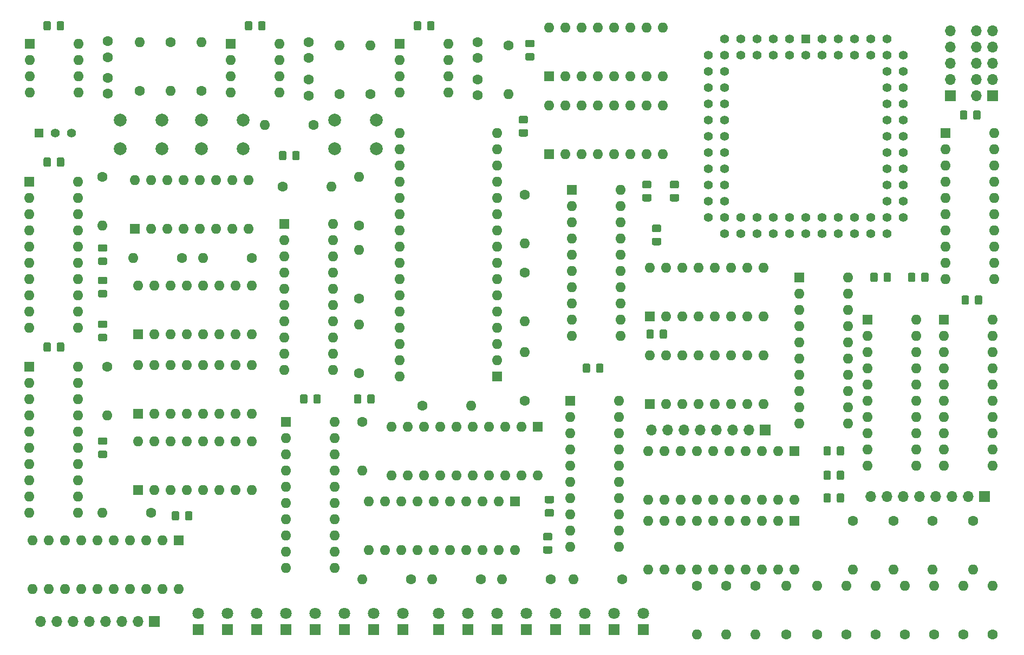
<source format=gbr>
%TF.GenerationSoftware,KiCad,Pcbnew,(5.1.10)-1*%
%TF.CreationDate,2021-08-25T13:13:58+08:00*%
%TF.ProjectId,MAX7000CPU-Gen2,4d415837-3030-4304-9350-552d47656e32,rev?*%
%TF.SameCoordinates,Original*%
%TF.FileFunction,Soldermask,Top*%
%TF.FilePolarity,Negative*%
%FSLAX46Y46*%
G04 Gerber Fmt 4.6, Leading zero omitted, Abs format (unit mm)*
G04 Created by KiCad (PCBNEW (5.1.10)-1) date 2021-08-25 13:13:58*
%MOMM*%
%LPD*%
G01*
G04 APERTURE LIST*
%ADD10O,1.700000X1.700000*%
%ADD11R,1.700000X1.700000*%
%ADD12O,1.600000X1.600000*%
%ADD13R,1.600000X1.600000*%
%ADD14C,1.600000*%
%ADD15C,1.400000*%
%ADD16R,1.400000X1.400000*%
%ADD17C,1.422400*%
%ADD18R,1.422400X1.422400*%
%ADD19C,2.000000*%
%ADD20C,1.800000*%
%ADD21R,1.800000X1.800000*%
G04 APERTURE END LIST*
D10*
%TO.C,J2*%
X152400000Y-93472000D03*
X154940000Y-93472000D03*
X157480000Y-93472000D03*
X160020000Y-93472000D03*
X162560000Y-93472000D03*
X165100000Y-93472000D03*
X167640000Y-93472000D03*
D11*
X170180000Y-93472000D03*
%TD*%
D12*
%TO.C,U18*%
X117856000Y-71374000D03*
X135636000Y-78994000D03*
X120396000Y-71374000D03*
X133096000Y-78994000D03*
X122936000Y-71374000D03*
X130556000Y-78994000D03*
X125476000Y-71374000D03*
X128016000Y-78994000D03*
X128016000Y-71374000D03*
X125476000Y-78994000D03*
X130556000Y-71374000D03*
X122936000Y-78994000D03*
X133096000Y-71374000D03*
X120396000Y-78994000D03*
X135636000Y-71374000D03*
D13*
X117856000Y-78994000D03*
%TD*%
D12*
%TO.C,U7*%
X37846000Y-60452000D03*
X55626000Y-68072000D03*
X40386000Y-60452000D03*
X53086000Y-68072000D03*
X42926000Y-60452000D03*
X50546000Y-68072000D03*
X45466000Y-60452000D03*
X48006000Y-68072000D03*
X48006000Y-60452000D03*
X45466000Y-68072000D03*
X50546000Y-60452000D03*
X42926000Y-68072000D03*
X53086000Y-60452000D03*
X40386000Y-68072000D03*
X55626000Y-60452000D03*
D13*
X37846000Y-68072000D03*
%TD*%
D10*
%TO.C,J4*%
X168910000Y-20574000D03*
X171450000Y-20574000D03*
X168910000Y-23114000D03*
X171450000Y-23114000D03*
X168910000Y-25654000D03*
X171450000Y-25654000D03*
X168910000Y-28194000D03*
X171450000Y-28194000D03*
X168910000Y-30734000D03*
D11*
X171450000Y-30734000D03*
%TD*%
D12*
%TO.C,U21*%
X44196000Y-107950000D03*
X21336000Y-100330000D03*
X41656000Y-107950000D03*
X23876000Y-100330000D03*
X39116000Y-107950000D03*
X26416000Y-100330000D03*
X36576000Y-107950000D03*
X28956000Y-100330000D03*
X34036000Y-107950000D03*
X31496000Y-100330000D03*
X31496000Y-107950000D03*
X34036000Y-100330000D03*
X28956000Y-107950000D03*
X36576000Y-100330000D03*
X26416000Y-107950000D03*
X39116000Y-100330000D03*
X23876000Y-107950000D03*
X41656000Y-100330000D03*
X21336000Y-107950000D03*
D13*
X44196000Y-100330000D03*
%TD*%
%TO.C,C34*%
G36*
G01*
X101633000Y-95467500D02*
X102583000Y-95467500D01*
G75*
G02*
X102833000Y-95717500I0J-250000D01*
G01*
X102833000Y-96392500D01*
G75*
G02*
X102583000Y-96642500I-250000J0D01*
G01*
X101633000Y-96642500D01*
G75*
G02*
X101383000Y-96392500I0J250000D01*
G01*
X101383000Y-95717500D01*
G75*
G02*
X101633000Y-95467500I250000J0D01*
G01*
G37*
G36*
G01*
X101633000Y-93392500D02*
X102583000Y-93392500D01*
G75*
G02*
X102833000Y-93642500I0J-250000D01*
G01*
X102833000Y-94317500D01*
G75*
G02*
X102583000Y-94567500I-250000J0D01*
G01*
X101633000Y-94567500D01*
G75*
G02*
X101383000Y-94317500I0J250000D01*
G01*
X101383000Y-93642500D01*
G75*
G02*
X101633000Y-93392500I250000J0D01*
G01*
G37*
%TD*%
%TO.C,C33*%
G36*
G01*
X117269000Y-68547000D02*
X117269000Y-67597000D01*
G75*
G02*
X117519000Y-67347000I250000J0D01*
G01*
X118194000Y-67347000D01*
G75*
G02*
X118444000Y-67597000I0J-250000D01*
G01*
X118444000Y-68547000D01*
G75*
G02*
X118194000Y-68797000I-250000J0D01*
G01*
X117519000Y-68797000D01*
G75*
G02*
X117269000Y-68547000I0J250000D01*
G01*
G37*
G36*
G01*
X119344000Y-68547000D02*
X119344000Y-67597000D01*
G75*
G02*
X119594000Y-67347000I250000J0D01*
G01*
X120269000Y-67347000D01*
G75*
G02*
X120519000Y-67597000I0J-250000D01*
G01*
X120519000Y-68547000D01*
G75*
G02*
X120269000Y-68797000I-250000J0D01*
G01*
X119594000Y-68797000D01*
G75*
G02*
X119344000Y-68547000I0J250000D01*
G01*
G37*
%TD*%
D12*
%TO.C,R12*%
X32258000Y-96012000D03*
D14*
X39878000Y-96012000D03*
%TD*%
D12*
%TO.C,R10*%
X48006000Y-56134000D03*
D14*
X55626000Y-56134000D03*
%TD*%
D15*
%TO.C,RV1*%
X27432000Y-36576000D03*
X24892000Y-36576000D03*
D16*
X22352000Y-36576000D03*
%TD*%
D12*
%TO.C,R32*%
X149606000Y-104902000D03*
D14*
X149606000Y-97282000D03*
%TD*%
D12*
%TO.C,R31*%
X155956000Y-104902000D03*
D14*
X155956000Y-97282000D03*
%TD*%
D12*
%TO.C,R18*%
X89916000Y-79248000D03*
D14*
X82296000Y-79248000D03*
%TD*%
D12*
%TO.C,R14*%
X68072000Y-44958000D03*
D14*
X60452000Y-44958000D03*
%TD*%
D12*
%TO.C,R19*%
X98298000Y-70866000D03*
D14*
X98298000Y-78486000D03*
%TD*%
D12*
%TO.C,R20*%
X98298000Y-66040000D03*
D14*
X98298000Y-58420000D03*
%TD*%
D12*
%TO.C,R16*%
X72390000Y-54864000D03*
D14*
X72390000Y-62484000D03*
%TD*%
D12*
%TO.C,R15*%
X72390000Y-43434000D03*
D14*
X72390000Y-51054000D03*
%TD*%
D12*
%TO.C,R17*%
X72390000Y-66548000D03*
D14*
X72390000Y-74168000D03*
%TD*%
D12*
%TO.C,R21*%
X98298000Y-53848000D03*
D14*
X98298000Y-46228000D03*
%TD*%
D12*
%TO.C,R13*%
X72898000Y-89408000D03*
D14*
X72898000Y-81788000D03*
%TD*%
D12*
%TO.C,R11*%
X33020000Y-80772000D03*
D14*
X33020000Y-73152000D03*
%TD*%
D12*
%TO.C,R22*%
X125222000Y-115062000D03*
D14*
X125222000Y-107442000D03*
%TD*%
D12*
%TO.C,R23*%
X129794000Y-115062000D03*
D14*
X129794000Y-107442000D03*
%TD*%
D12*
%TO.C,R8*%
X32258000Y-51054000D03*
D14*
X32258000Y-43434000D03*
%TD*%
D12*
%TO.C,R9*%
X37084000Y-56134000D03*
D14*
X44704000Y-56134000D03*
%TD*%
D12*
%TO.C,R30*%
X162052000Y-104902000D03*
D14*
X162052000Y-97282000D03*
%TD*%
D12*
%TO.C,R29*%
X168402000Y-104902000D03*
D14*
X168402000Y-97282000D03*
%TD*%
D12*
%TO.C,R28*%
X134366000Y-115062000D03*
D14*
X134366000Y-107442000D03*
%TD*%
D12*
%TO.C,U20*%
X113030000Y-78486000D03*
X105410000Y-101346000D03*
X113030000Y-81026000D03*
X105410000Y-98806000D03*
X113030000Y-83566000D03*
X105410000Y-96266000D03*
X113030000Y-86106000D03*
X105410000Y-93726000D03*
X113030000Y-88646000D03*
X105410000Y-91186000D03*
X113030000Y-91186000D03*
X105410000Y-88646000D03*
X113030000Y-93726000D03*
X105410000Y-86106000D03*
X113030000Y-96266000D03*
X105410000Y-83566000D03*
X113030000Y-98806000D03*
X105410000Y-81026000D03*
X113030000Y-101346000D03*
D13*
X105410000Y-78486000D03*
%TD*%
D12*
%TO.C,U19*%
X113284000Y-45466000D03*
X105664000Y-68326000D03*
X113284000Y-48006000D03*
X105664000Y-65786000D03*
X113284000Y-50546000D03*
X105664000Y-63246000D03*
X113284000Y-53086000D03*
X105664000Y-60706000D03*
X113284000Y-55626000D03*
X105664000Y-58166000D03*
X113284000Y-58166000D03*
X105664000Y-55626000D03*
X113284000Y-60706000D03*
X105664000Y-53086000D03*
X113284000Y-63246000D03*
X105664000Y-50546000D03*
X113284000Y-65786000D03*
X105664000Y-48006000D03*
X113284000Y-68326000D03*
D13*
X105664000Y-45466000D03*
%TD*%
D12*
%TO.C,U17*%
X117856000Y-57658000D03*
X135636000Y-65278000D03*
X120396000Y-57658000D03*
X133096000Y-65278000D03*
X122936000Y-57658000D03*
X130556000Y-65278000D03*
X125476000Y-57658000D03*
X128016000Y-65278000D03*
X128016000Y-57658000D03*
X125476000Y-65278000D03*
X130556000Y-57658000D03*
X122936000Y-65278000D03*
X133096000Y-57658000D03*
X120396000Y-65278000D03*
X135636000Y-57658000D03*
D13*
X117856000Y-65278000D03*
%TD*%
D12*
%TO.C,U16*%
X102108000Y-32258000D03*
X119888000Y-39878000D03*
X104648000Y-32258000D03*
X117348000Y-39878000D03*
X107188000Y-32258000D03*
X114808000Y-39878000D03*
X109728000Y-32258000D03*
X112268000Y-39878000D03*
X112268000Y-32258000D03*
X109728000Y-39878000D03*
X114808000Y-32258000D03*
X107188000Y-39878000D03*
X117348000Y-32258000D03*
X104648000Y-39878000D03*
X119888000Y-32258000D03*
D13*
X102108000Y-39878000D03*
%TD*%
D12*
%TO.C,U15*%
X102108000Y-20066000D03*
X119888000Y-27686000D03*
X104648000Y-20066000D03*
X117348000Y-27686000D03*
X107188000Y-20066000D03*
X114808000Y-27686000D03*
X109728000Y-20066000D03*
X112268000Y-27686000D03*
X112268000Y-20066000D03*
X109728000Y-27686000D03*
X114808000Y-20066000D03*
X107188000Y-27686000D03*
X117348000Y-20066000D03*
X104648000Y-27686000D03*
X119888000Y-20066000D03*
D13*
X102108000Y-27686000D03*
%TD*%
D12*
%TO.C,U12*%
X78740000Y-74676000D03*
X93980000Y-36576000D03*
X78740000Y-72136000D03*
X93980000Y-39116000D03*
X78740000Y-69596000D03*
X93980000Y-41656000D03*
X78740000Y-67056000D03*
X93980000Y-44196000D03*
X78740000Y-64516000D03*
X93980000Y-46736000D03*
X78740000Y-61976000D03*
X93980000Y-49276000D03*
X78740000Y-59436000D03*
X93980000Y-51816000D03*
X78740000Y-56896000D03*
X93980000Y-54356000D03*
X78740000Y-54356000D03*
X93980000Y-56896000D03*
X78740000Y-51816000D03*
X93980000Y-59436000D03*
X78740000Y-49276000D03*
X93980000Y-61976000D03*
X78740000Y-46736000D03*
X93980000Y-64516000D03*
X78740000Y-44196000D03*
X93980000Y-67056000D03*
X78740000Y-41656000D03*
X93980000Y-69596000D03*
X78740000Y-39116000D03*
X93980000Y-72136000D03*
X78740000Y-36576000D03*
D13*
X93980000Y-74676000D03*
%TD*%
D12*
%TO.C,U11*%
X68580000Y-81788000D03*
X60960000Y-104648000D03*
X68580000Y-84328000D03*
X60960000Y-102108000D03*
X68580000Y-86868000D03*
X60960000Y-99568000D03*
X68580000Y-89408000D03*
X60960000Y-97028000D03*
X68580000Y-91948000D03*
X60960000Y-94488000D03*
X68580000Y-94488000D03*
X60960000Y-91948000D03*
X68580000Y-97028000D03*
X60960000Y-89408000D03*
X68580000Y-99568000D03*
X60960000Y-86868000D03*
X68580000Y-102108000D03*
X60960000Y-84328000D03*
X68580000Y-104648000D03*
D13*
X60960000Y-81788000D03*
%TD*%
D12*
%TO.C,U10*%
X68326000Y-50800000D03*
X60706000Y-73660000D03*
X68326000Y-53340000D03*
X60706000Y-71120000D03*
X68326000Y-55880000D03*
X60706000Y-68580000D03*
X68326000Y-58420000D03*
X60706000Y-66040000D03*
X68326000Y-60960000D03*
X60706000Y-63500000D03*
X68326000Y-63500000D03*
X60706000Y-60960000D03*
X68326000Y-66040000D03*
X60706000Y-58420000D03*
X68326000Y-68580000D03*
X60706000Y-55880000D03*
X68326000Y-71120000D03*
X60706000Y-53340000D03*
X68326000Y-73660000D03*
D13*
X60706000Y-50800000D03*
%TD*%
D12*
%TO.C,U9*%
X37846000Y-84836000D03*
X55626000Y-92456000D03*
X40386000Y-84836000D03*
X53086000Y-92456000D03*
X42926000Y-84836000D03*
X50546000Y-92456000D03*
X45466000Y-84836000D03*
X48006000Y-92456000D03*
X48006000Y-84836000D03*
X45466000Y-92456000D03*
X50546000Y-84836000D03*
X42926000Y-92456000D03*
X53086000Y-84836000D03*
X40386000Y-92456000D03*
X55626000Y-84836000D03*
D13*
X37846000Y-92456000D03*
%TD*%
D12*
%TO.C,U8*%
X37846000Y-72898000D03*
X55626000Y-80518000D03*
X40386000Y-72898000D03*
X53086000Y-80518000D03*
X42926000Y-72898000D03*
X50546000Y-80518000D03*
X45466000Y-72898000D03*
X48006000Y-80518000D03*
X48006000Y-72898000D03*
X45466000Y-80518000D03*
X50546000Y-72898000D03*
X42926000Y-80518000D03*
X53086000Y-72898000D03*
X40386000Y-80518000D03*
X55626000Y-72898000D03*
D13*
X37846000Y-80518000D03*
%TD*%
D12*
%TO.C,U6*%
X37338000Y-43942000D03*
X55118000Y-51562000D03*
X39878000Y-43942000D03*
X52578000Y-51562000D03*
X42418000Y-43942000D03*
X50038000Y-51562000D03*
X44958000Y-43942000D03*
X47498000Y-51562000D03*
X47498000Y-43942000D03*
X44958000Y-51562000D03*
X50038000Y-43942000D03*
X42418000Y-51562000D03*
X52578000Y-43942000D03*
X39878000Y-51562000D03*
X55118000Y-43942000D03*
D13*
X37338000Y-51562000D03*
%TD*%
D17*
%TO.C,U28*%
X157480000Y-26924000D03*
X157480000Y-29464000D03*
X157480000Y-32004000D03*
X157480000Y-34544000D03*
X157480000Y-37084000D03*
X157480000Y-39624000D03*
X157480000Y-42164000D03*
X157480000Y-44704000D03*
X157480000Y-47244000D03*
X157480000Y-49784000D03*
X154940000Y-26924000D03*
X154940000Y-29464000D03*
X154940000Y-32004000D03*
X154940000Y-34544000D03*
X154940000Y-37084000D03*
X154940000Y-39624000D03*
X154940000Y-42164000D03*
X154940000Y-44704000D03*
X154940000Y-47244000D03*
X154940000Y-49784000D03*
X154940000Y-52324000D03*
X152400000Y-52324000D03*
X149860000Y-52324000D03*
X147320000Y-52324000D03*
X144780000Y-52324000D03*
X142240000Y-52324000D03*
X139700000Y-52324000D03*
X137160000Y-52324000D03*
X134620000Y-52324000D03*
X132080000Y-52324000D03*
X129540000Y-52324000D03*
X152400000Y-49784000D03*
X149860000Y-49784000D03*
X147320000Y-49784000D03*
X144780000Y-49784000D03*
X142240000Y-49784000D03*
X139700000Y-49784000D03*
X137160000Y-49784000D03*
X134620000Y-49784000D03*
X132080000Y-49784000D03*
X129540000Y-49784000D03*
X127000000Y-49784000D03*
X127000000Y-47244000D03*
X127000000Y-44704000D03*
X127000000Y-42164000D03*
X127000000Y-39624000D03*
X127000000Y-37084000D03*
X127000000Y-34544000D03*
X127000000Y-32004000D03*
X127000000Y-29464000D03*
X127000000Y-26924000D03*
X127000000Y-24384000D03*
X129540000Y-47244000D03*
X129540000Y-44704000D03*
X129540000Y-42164000D03*
X129540000Y-39624000D03*
X129540000Y-37084000D03*
X129540000Y-34544000D03*
X129540000Y-32004000D03*
X129540000Y-29464000D03*
X129540000Y-26924000D03*
X129540000Y-24384000D03*
X154940000Y-21844000D03*
X152400000Y-21844000D03*
X149860000Y-21844000D03*
X147320000Y-21844000D03*
X144780000Y-21844000D03*
X129540000Y-21844000D03*
X132080000Y-21844000D03*
X134620000Y-21844000D03*
X137160000Y-21844000D03*
X139700000Y-21844000D03*
D18*
X142240000Y-21844000D03*
D17*
X157480000Y-24384000D03*
X154940000Y-24384000D03*
X152400000Y-24384000D03*
X149860000Y-24384000D03*
X147320000Y-24384000D03*
X144780000Y-24384000D03*
X132080000Y-24384000D03*
X134620000Y-24384000D03*
X137160000Y-24384000D03*
X139700000Y-24384000D03*
X142240000Y-24384000D03*
%TD*%
D12*
%TO.C,U25*%
X148844000Y-59182000D03*
X141224000Y-82042000D03*
X148844000Y-61722000D03*
X141224000Y-79502000D03*
X148844000Y-64262000D03*
X141224000Y-76962000D03*
X148844000Y-66802000D03*
X141224000Y-74422000D03*
X148844000Y-69342000D03*
X141224000Y-71882000D03*
X148844000Y-71882000D03*
X141224000Y-69342000D03*
X148844000Y-74422000D03*
X141224000Y-66802000D03*
X148844000Y-76962000D03*
X141224000Y-64262000D03*
X148844000Y-79502000D03*
X141224000Y-61722000D03*
X148844000Y-82042000D03*
D13*
X141224000Y-59182000D03*
%TD*%
D12*
%TO.C,U24*%
X159512000Y-65786000D03*
X151892000Y-88646000D03*
X159512000Y-68326000D03*
X151892000Y-86106000D03*
X159512000Y-70866000D03*
X151892000Y-83566000D03*
X159512000Y-73406000D03*
X151892000Y-81026000D03*
X159512000Y-75946000D03*
X151892000Y-78486000D03*
X159512000Y-78486000D03*
X151892000Y-75946000D03*
X159512000Y-81026000D03*
X151892000Y-73406000D03*
X159512000Y-83566000D03*
X151892000Y-70866000D03*
X159512000Y-86106000D03*
X151892000Y-68326000D03*
X159512000Y-88646000D03*
D13*
X151892000Y-65786000D03*
%TD*%
D12*
%TO.C,U14*%
X96774000Y-101854000D03*
X73914000Y-94234000D03*
X94234000Y-101854000D03*
X76454000Y-94234000D03*
X91694000Y-101854000D03*
X78994000Y-94234000D03*
X89154000Y-101854000D03*
X81534000Y-94234000D03*
X86614000Y-101854000D03*
X84074000Y-94234000D03*
X84074000Y-101854000D03*
X86614000Y-94234000D03*
X81534000Y-101854000D03*
X89154000Y-94234000D03*
X78994000Y-101854000D03*
X91694000Y-94234000D03*
X76454000Y-101854000D03*
X94234000Y-94234000D03*
X73914000Y-101854000D03*
D13*
X96774000Y-94234000D03*
%TD*%
D12*
%TO.C,U13*%
X100330000Y-90170000D03*
X77470000Y-82550000D03*
X97790000Y-90170000D03*
X80010000Y-82550000D03*
X95250000Y-90170000D03*
X82550000Y-82550000D03*
X92710000Y-90170000D03*
X85090000Y-82550000D03*
X90170000Y-90170000D03*
X87630000Y-82550000D03*
X87630000Y-90170000D03*
X90170000Y-82550000D03*
X85090000Y-90170000D03*
X92710000Y-82550000D03*
X82550000Y-90170000D03*
X95250000Y-82550000D03*
X80010000Y-90170000D03*
X97790000Y-82550000D03*
X77470000Y-90170000D03*
D13*
X100330000Y-82550000D03*
%TD*%
D12*
%TO.C,U27*%
X140462000Y-93980000D03*
X117602000Y-86360000D03*
X137922000Y-93980000D03*
X120142000Y-86360000D03*
X135382000Y-93980000D03*
X122682000Y-86360000D03*
X132842000Y-93980000D03*
X125222000Y-86360000D03*
X130302000Y-93980000D03*
X127762000Y-86360000D03*
X127762000Y-93980000D03*
X130302000Y-86360000D03*
X125222000Y-93980000D03*
X132842000Y-86360000D03*
X122682000Y-93980000D03*
X135382000Y-86360000D03*
X120142000Y-93980000D03*
X137922000Y-86360000D03*
X117602000Y-93980000D03*
D13*
X140462000Y-86360000D03*
%TD*%
D12*
%TO.C,U26*%
X140462000Y-104902000D03*
X117602000Y-97282000D03*
X137922000Y-104902000D03*
X120142000Y-97282000D03*
X135382000Y-104902000D03*
X122682000Y-97282000D03*
X132842000Y-104902000D03*
X125222000Y-97282000D03*
X130302000Y-104902000D03*
X127762000Y-97282000D03*
X127762000Y-104902000D03*
X130302000Y-97282000D03*
X125222000Y-104902000D03*
X132842000Y-97282000D03*
X122682000Y-104902000D03*
X135382000Y-97282000D03*
X120142000Y-104902000D03*
X137922000Y-97282000D03*
X117602000Y-104902000D03*
D13*
X140462000Y-97282000D03*
%TD*%
D12*
%TO.C,U5*%
X28448000Y-73152000D03*
X20828000Y-96012000D03*
X28448000Y-75692000D03*
X20828000Y-93472000D03*
X28448000Y-78232000D03*
X20828000Y-90932000D03*
X28448000Y-80772000D03*
X20828000Y-88392000D03*
X28448000Y-83312000D03*
X20828000Y-85852000D03*
X28448000Y-85852000D03*
X20828000Y-83312000D03*
X28448000Y-88392000D03*
X20828000Y-80772000D03*
X28448000Y-90932000D03*
X20828000Y-78232000D03*
X28448000Y-93472000D03*
X20828000Y-75692000D03*
X28448000Y-96012000D03*
D13*
X20828000Y-73152000D03*
%TD*%
D12*
%TO.C,U4*%
X28448000Y-44196000D03*
X20828000Y-67056000D03*
X28448000Y-46736000D03*
X20828000Y-64516000D03*
X28448000Y-49276000D03*
X20828000Y-61976000D03*
X28448000Y-51816000D03*
X20828000Y-59436000D03*
X28448000Y-54356000D03*
X20828000Y-56896000D03*
X28448000Y-56896000D03*
X20828000Y-54356000D03*
X28448000Y-59436000D03*
X20828000Y-51816000D03*
X28448000Y-61976000D03*
X20828000Y-49276000D03*
X28448000Y-64516000D03*
X20828000Y-46736000D03*
X28448000Y-67056000D03*
D13*
X20828000Y-44196000D03*
%TD*%
D12*
%TO.C,U23*%
X171450000Y-65786000D03*
X163830000Y-88646000D03*
X171450000Y-68326000D03*
X163830000Y-86106000D03*
X171450000Y-70866000D03*
X163830000Y-83566000D03*
X171450000Y-73406000D03*
X163830000Y-81026000D03*
X171450000Y-75946000D03*
X163830000Y-78486000D03*
X171450000Y-78486000D03*
X163830000Y-75946000D03*
X171450000Y-81026000D03*
X163830000Y-73406000D03*
X171450000Y-83566000D03*
X163830000Y-70866000D03*
X171450000Y-86106000D03*
X163830000Y-68326000D03*
X171450000Y-88646000D03*
D13*
X163830000Y-65786000D03*
%TD*%
D12*
%TO.C,U22*%
X171704000Y-36576000D03*
X164084000Y-59436000D03*
X171704000Y-39116000D03*
X164084000Y-56896000D03*
X171704000Y-41656000D03*
X164084000Y-54356000D03*
X171704000Y-44196000D03*
X164084000Y-51816000D03*
X171704000Y-46736000D03*
X164084000Y-49276000D03*
X171704000Y-49276000D03*
X164084000Y-46736000D03*
X171704000Y-51816000D03*
X164084000Y-44196000D03*
X171704000Y-54356000D03*
X164084000Y-41656000D03*
X171704000Y-56896000D03*
X164084000Y-39116000D03*
X171704000Y-59436000D03*
D13*
X164084000Y-36576000D03*
%TD*%
D12*
%TO.C,U3*%
X86360000Y-22606000D03*
X78740000Y-30226000D03*
X86360000Y-25146000D03*
X78740000Y-27686000D03*
X86360000Y-27686000D03*
X78740000Y-25146000D03*
X86360000Y-30226000D03*
D13*
X78740000Y-22606000D03*
%TD*%
D12*
%TO.C,U2*%
X59944000Y-22606000D03*
X52324000Y-30226000D03*
X59944000Y-25146000D03*
X52324000Y-27686000D03*
X59944000Y-27686000D03*
X52324000Y-25146000D03*
X59944000Y-30226000D03*
D13*
X52324000Y-22606000D03*
%TD*%
D12*
%TO.C,U1*%
X28452000Y-22592000D03*
X20832000Y-30212000D03*
X28452000Y-25132000D03*
X20832000Y-27672000D03*
X28452000Y-27672000D03*
X20832000Y-25132000D03*
X28452000Y-30212000D03*
D13*
X20832000Y-22592000D03*
%TD*%
D19*
%TO.C,SW3*%
X75080000Y-34544000D03*
X75080000Y-39044000D03*
X68580000Y-34544000D03*
X68580000Y-39044000D03*
%TD*%
%TO.C,SW2*%
X54252000Y-34544000D03*
X54252000Y-39044000D03*
X47752000Y-34544000D03*
X47752000Y-39044000D03*
%TD*%
%TO.C,SW1*%
X41552000Y-34544000D03*
X41552000Y-39044000D03*
X35052000Y-34544000D03*
X35052000Y-39044000D03*
%TD*%
D12*
%TO.C,R27*%
X105918000Y-106426000D03*
D14*
X113538000Y-106426000D03*
%TD*%
D12*
%TO.C,R26*%
X94742000Y-106426000D03*
D14*
X102362000Y-106426000D03*
%TD*%
D12*
%TO.C,R25*%
X83820000Y-106426000D03*
D14*
X91440000Y-106426000D03*
%TD*%
D12*
%TO.C,R24*%
X72898000Y-106426000D03*
D14*
X80518000Y-106426000D03*
%TD*%
D12*
%TO.C,R7*%
X57658000Y-35306000D03*
D14*
X65278000Y-35306000D03*
%TD*%
D12*
%TO.C,R40*%
X171450000Y-107442000D03*
D14*
X171450000Y-115062000D03*
%TD*%
D12*
%TO.C,R39*%
X166878000Y-107442000D03*
D14*
X166878000Y-115062000D03*
%TD*%
D12*
%TO.C,R38*%
X162306000Y-107442000D03*
D14*
X162306000Y-115062000D03*
%TD*%
D12*
%TO.C,R37*%
X157734000Y-107442000D03*
D14*
X157734000Y-115062000D03*
%TD*%
D12*
%TO.C,R36*%
X153162000Y-107442000D03*
D14*
X153162000Y-115062000D03*
%TD*%
D12*
%TO.C,R35*%
X148590000Y-107442000D03*
D14*
X148590000Y-115062000D03*
%TD*%
D12*
%TO.C,R34*%
X144018000Y-107442000D03*
D14*
X144018000Y-115062000D03*
%TD*%
D12*
%TO.C,R33*%
X139192000Y-107442000D03*
D14*
X139192000Y-115062000D03*
%TD*%
D12*
%TO.C,R6*%
X95758000Y-30480000D03*
D14*
X95758000Y-22860000D03*
%TD*%
D12*
%TO.C,R5*%
X74168000Y-22860000D03*
D14*
X74168000Y-30480000D03*
%TD*%
D12*
%TO.C,R4*%
X69342000Y-22860000D03*
D14*
X69342000Y-30480000D03*
%TD*%
D12*
%TO.C,R3*%
X47752000Y-22352000D03*
D14*
X47752000Y-29972000D03*
%TD*%
D12*
%TO.C,R1*%
X38100000Y-22352000D03*
D14*
X38100000Y-29972000D03*
%TD*%
D12*
%TO.C,R2*%
X42926000Y-29972000D03*
D14*
X42926000Y-22352000D03*
%TD*%
D10*
%TO.C,J5*%
X164846000Y-20574000D03*
X164846000Y-23114000D03*
X164846000Y-25654000D03*
X164846000Y-28194000D03*
D11*
X164846000Y-30734000D03*
%TD*%
D10*
%TO.C,J3*%
X118110000Y-83058000D03*
X120650000Y-83058000D03*
X123190000Y-83058000D03*
X125730000Y-83058000D03*
X128270000Y-83058000D03*
X130810000Y-83058000D03*
X133350000Y-83058000D03*
D11*
X135890000Y-83058000D03*
%TD*%
D10*
%TO.C,J1*%
X22606000Y-113030000D03*
X25146000Y-113030000D03*
X27686000Y-113030000D03*
X30226000Y-113030000D03*
X32766000Y-113030000D03*
X35306000Y-113030000D03*
X37846000Y-113030000D03*
D11*
X40386000Y-113030000D03*
%TD*%
D20*
%TO.C,D16*%
X116840000Y-111760000D03*
D21*
X116840000Y-114300000D03*
%TD*%
D20*
%TO.C,D15*%
X112268000Y-111760000D03*
D21*
X112268000Y-114300000D03*
%TD*%
D20*
%TO.C,D14*%
X107696000Y-111760000D03*
D21*
X107696000Y-114300000D03*
%TD*%
D20*
%TO.C,D13*%
X103124000Y-111760000D03*
D21*
X103124000Y-114300000D03*
%TD*%
D20*
%TO.C,D12*%
X98552000Y-111760000D03*
D21*
X98552000Y-114300000D03*
%TD*%
D20*
%TO.C,D11*%
X93980000Y-111760000D03*
D21*
X93980000Y-114300000D03*
%TD*%
D20*
%TO.C,D10*%
X89408000Y-111760000D03*
D21*
X89408000Y-114300000D03*
%TD*%
D20*
%TO.C,D9*%
X84836000Y-111760000D03*
D21*
X84836000Y-114300000D03*
%TD*%
D20*
%TO.C,D8*%
X79248000Y-111760000D03*
D21*
X79248000Y-114300000D03*
%TD*%
D20*
%TO.C,D7*%
X74676000Y-111760000D03*
D21*
X74676000Y-114300000D03*
%TD*%
D20*
%TO.C,D6*%
X70104000Y-111760000D03*
D21*
X70104000Y-114300000D03*
%TD*%
D20*
%TO.C,D5*%
X65532000Y-111760000D03*
D21*
X65532000Y-114300000D03*
%TD*%
D20*
%TO.C,D4*%
X60960000Y-111760000D03*
D21*
X60960000Y-114300000D03*
%TD*%
D20*
%TO.C,D3*%
X56388000Y-111760000D03*
D21*
X56388000Y-114300000D03*
%TD*%
D20*
%TO.C,D2*%
X51816000Y-111760000D03*
D21*
X51816000Y-114300000D03*
%TD*%
D20*
%TO.C,D1*%
X47244000Y-111760000D03*
D21*
X47244000Y-114300000D03*
%TD*%
%TO.C,C32*%
G36*
G01*
X147030000Y-94201000D02*
X147030000Y-93251000D01*
G75*
G02*
X147280000Y-93001000I250000J0D01*
G01*
X147955000Y-93001000D01*
G75*
G02*
X148205000Y-93251000I0J-250000D01*
G01*
X148205000Y-94201000D01*
G75*
G02*
X147955000Y-94451000I-250000J0D01*
G01*
X147280000Y-94451000D01*
G75*
G02*
X147030000Y-94201000I0J250000D01*
G01*
G37*
G36*
G01*
X144955000Y-94201000D02*
X144955000Y-93251000D01*
G75*
G02*
X145205000Y-93001000I250000J0D01*
G01*
X145880000Y-93001000D01*
G75*
G02*
X146130000Y-93251000I0J-250000D01*
G01*
X146130000Y-94201000D01*
G75*
G02*
X145880000Y-94451000I-250000J0D01*
G01*
X145205000Y-94451000D01*
G75*
G02*
X144955000Y-94201000I0J250000D01*
G01*
G37*
%TD*%
%TO.C,C31*%
G36*
G01*
X147030000Y-90645000D02*
X147030000Y-89695000D01*
G75*
G02*
X147280000Y-89445000I250000J0D01*
G01*
X147955000Y-89445000D01*
G75*
G02*
X148205000Y-89695000I0J-250000D01*
G01*
X148205000Y-90645000D01*
G75*
G02*
X147955000Y-90895000I-250000J0D01*
G01*
X147280000Y-90895000D01*
G75*
G02*
X147030000Y-90645000I0J250000D01*
G01*
G37*
G36*
G01*
X144955000Y-90645000D02*
X144955000Y-89695000D01*
G75*
G02*
X145205000Y-89445000I250000J0D01*
G01*
X145880000Y-89445000D01*
G75*
G02*
X146130000Y-89695000I0J-250000D01*
G01*
X146130000Y-90645000D01*
G75*
G02*
X145880000Y-90895000I-250000J0D01*
G01*
X145205000Y-90895000D01*
G75*
G02*
X144955000Y-90645000I0J250000D01*
G01*
G37*
%TD*%
%TO.C,C30*%
G36*
G01*
X147030000Y-86835000D02*
X147030000Y-85885000D01*
G75*
G02*
X147280000Y-85635000I250000J0D01*
G01*
X147955000Y-85635000D01*
G75*
G02*
X148205000Y-85885000I0J-250000D01*
G01*
X148205000Y-86835000D01*
G75*
G02*
X147955000Y-87085000I-250000J0D01*
G01*
X147280000Y-87085000D01*
G75*
G02*
X147030000Y-86835000I0J250000D01*
G01*
G37*
G36*
G01*
X144955000Y-86835000D02*
X144955000Y-85885000D01*
G75*
G02*
X145205000Y-85635000I250000J0D01*
G01*
X145880000Y-85635000D01*
G75*
G02*
X146130000Y-85885000I0J-250000D01*
G01*
X146130000Y-86835000D01*
G75*
G02*
X145880000Y-87085000I-250000J0D01*
G01*
X145205000Y-87085000D01*
G75*
G02*
X144955000Y-86835000I0J250000D01*
G01*
G37*
%TD*%
%TO.C,C29*%
G36*
G01*
X159338000Y-58707000D02*
X159338000Y-59657000D01*
G75*
G02*
X159088000Y-59907000I-250000J0D01*
G01*
X158413000Y-59907000D01*
G75*
G02*
X158163000Y-59657000I0J250000D01*
G01*
X158163000Y-58707000D01*
G75*
G02*
X158413000Y-58457000I250000J0D01*
G01*
X159088000Y-58457000D01*
G75*
G02*
X159338000Y-58707000I0J-250000D01*
G01*
G37*
G36*
G01*
X161413000Y-58707000D02*
X161413000Y-59657000D01*
G75*
G02*
X161163000Y-59907000I-250000J0D01*
G01*
X160488000Y-59907000D01*
G75*
G02*
X160238000Y-59657000I0J250000D01*
G01*
X160238000Y-58707000D01*
G75*
G02*
X160488000Y-58457000I250000J0D01*
G01*
X161163000Y-58457000D01*
G75*
G02*
X161413000Y-58707000I0J-250000D01*
G01*
G37*
%TD*%
%TO.C,C28*%
G36*
G01*
X154352000Y-59657000D02*
X154352000Y-58707000D01*
G75*
G02*
X154602000Y-58457000I250000J0D01*
G01*
X155277000Y-58457000D01*
G75*
G02*
X155527000Y-58707000I0J-250000D01*
G01*
X155527000Y-59657000D01*
G75*
G02*
X155277000Y-59907000I-250000J0D01*
G01*
X154602000Y-59907000D01*
G75*
G02*
X154352000Y-59657000I0J250000D01*
G01*
G37*
G36*
G01*
X152277000Y-59657000D02*
X152277000Y-58707000D01*
G75*
G02*
X152527000Y-58457000I250000J0D01*
G01*
X153202000Y-58457000D01*
G75*
G02*
X153452000Y-58707000I0J-250000D01*
G01*
X153452000Y-59657000D01*
G75*
G02*
X153202000Y-59907000I-250000J0D01*
G01*
X152527000Y-59907000D01*
G75*
G02*
X152277000Y-59657000I0J250000D01*
G01*
G37*
%TD*%
%TO.C,C27*%
G36*
G01*
X167720000Y-62263000D02*
X167720000Y-63213000D01*
G75*
G02*
X167470000Y-63463000I-250000J0D01*
G01*
X166795000Y-63463000D01*
G75*
G02*
X166545000Y-63213000I0J250000D01*
G01*
X166545000Y-62263000D01*
G75*
G02*
X166795000Y-62013000I250000J0D01*
G01*
X167470000Y-62013000D01*
G75*
G02*
X167720000Y-62263000I0J-250000D01*
G01*
G37*
G36*
G01*
X169795000Y-62263000D02*
X169795000Y-63213000D01*
G75*
G02*
X169545000Y-63463000I-250000J0D01*
G01*
X168870000Y-63463000D01*
G75*
G02*
X168620000Y-63213000I0J250000D01*
G01*
X168620000Y-62263000D01*
G75*
G02*
X168870000Y-62013000I250000J0D01*
G01*
X169545000Y-62013000D01*
G75*
G02*
X169795000Y-62263000I0J-250000D01*
G01*
G37*
%TD*%
%TO.C,C26*%
G36*
G01*
X167466000Y-33307000D02*
X167466000Y-34257000D01*
G75*
G02*
X167216000Y-34507000I-250000J0D01*
G01*
X166541000Y-34507000D01*
G75*
G02*
X166291000Y-34257000I0J250000D01*
G01*
X166291000Y-33307000D01*
G75*
G02*
X166541000Y-33057000I250000J0D01*
G01*
X167216000Y-33057000D01*
G75*
G02*
X167466000Y-33307000I0J-250000D01*
G01*
G37*
G36*
G01*
X169541000Y-33307000D02*
X169541000Y-34257000D01*
G75*
G02*
X169291000Y-34507000I-250000J0D01*
G01*
X168616000Y-34507000D01*
G75*
G02*
X168366000Y-34257000I0J250000D01*
G01*
X168366000Y-33307000D01*
G75*
G02*
X168616000Y-33057000I250000J0D01*
G01*
X169291000Y-33057000D01*
G75*
G02*
X169541000Y-33307000I0J-250000D01*
G01*
G37*
%TD*%
%TO.C,C25*%
G36*
G01*
X121191000Y-46148500D02*
X122141000Y-46148500D01*
G75*
G02*
X122391000Y-46398500I0J-250000D01*
G01*
X122391000Y-47073500D01*
G75*
G02*
X122141000Y-47323500I-250000J0D01*
G01*
X121191000Y-47323500D01*
G75*
G02*
X120941000Y-47073500I0J250000D01*
G01*
X120941000Y-46398500D01*
G75*
G02*
X121191000Y-46148500I250000J0D01*
G01*
G37*
G36*
G01*
X121191000Y-44073500D02*
X122141000Y-44073500D01*
G75*
G02*
X122391000Y-44323500I0J-250000D01*
G01*
X122391000Y-44998500D01*
G75*
G02*
X122141000Y-45248500I-250000J0D01*
G01*
X121191000Y-45248500D01*
G75*
G02*
X120941000Y-44998500I0J250000D01*
G01*
X120941000Y-44323500D01*
G75*
G02*
X121191000Y-44073500I250000J0D01*
G01*
G37*
%TD*%
%TO.C,C24*%
G36*
G01*
X116873000Y-46148500D02*
X117823000Y-46148500D01*
G75*
G02*
X118073000Y-46398500I0J-250000D01*
G01*
X118073000Y-47073500D01*
G75*
G02*
X117823000Y-47323500I-250000J0D01*
G01*
X116873000Y-47323500D01*
G75*
G02*
X116623000Y-47073500I0J250000D01*
G01*
X116623000Y-46398500D01*
G75*
G02*
X116873000Y-46148500I250000J0D01*
G01*
G37*
G36*
G01*
X116873000Y-44073500D02*
X117823000Y-44073500D01*
G75*
G02*
X118073000Y-44323500I0J-250000D01*
G01*
X118073000Y-44998500D01*
G75*
G02*
X117823000Y-45248500I-250000J0D01*
G01*
X116873000Y-45248500D01*
G75*
G02*
X116623000Y-44998500I0J250000D01*
G01*
X116623000Y-44323500D01*
G75*
G02*
X116873000Y-44073500I250000J0D01*
G01*
G37*
%TD*%
%TO.C,C23*%
G36*
G01*
X119347000Y-52106500D02*
X118397000Y-52106500D01*
G75*
G02*
X118147000Y-51856500I0J250000D01*
G01*
X118147000Y-51181500D01*
G75*
G02*
X118397000Y-50931500I250000J0D01*
G01*
X119347000Y-50931500D01*
G75*
G02*
X119597000Y-51181500I0J-250000D01*
G01*
X119597000Y-51856500D01*
G75*
G02*
X119347000Y-52106500I-250000J0D01*
G01*
G37*
G36*
G01*
X119347000Y-54181500D02*
X118397000Y-54181500D01*
G75*
G02*
X118147000Y-53931500I0J250000D01*
G01*
X118147000Y-53256500D01*
G75*
G02*
X118397000Y-53006500I250000J0D01*
G01*
X119347000Y-53006500D01*
G75*
G02*
X119597000Y-53256500I0J-250000D01*
G01*
X119597000Y-53931500D01*
G75*
G02*
X119347000Y-54181500I-250000J0D01*
G01*
G37*
%TD*%
%TO.C,C22*%
G36*
G01*
X98585000Y-24072000D02*
X99535000Y-24072000D01*
G75*
G02*
X99785000Y-24322000I0J-250000D01*
G01*
X99785000Y-24997000D01*
G75*
G02*
X99535000Y-25247000I-250000J0D01*
G01*
X98585000Y-25247000D01*
G75*
G02*
X98335000Y-24997000I0J250000D01*
G01*
X98335000Y-24322000D01*
G75*
G02*
X98585000Y-24072000I250000J0D01*
G01*
G37*
G36*
G01*
X98585000Y-21997000D02*
X99535000Y-21997000D01*
G75*
G02*
X99785000Y-22247000I0J-250000D01*
G01*
X99785000Y-22922000D01*
G75*
G02*
X99535000Y-23172000I-250000J0D01*
G01*
X98585000Y-23172000D01*
G75*
G02*
X98335000Y-22922000I0J250000D01*
G01*
X98335000Y-22247000D01*
G75*
G02*
X98585000Y-21997000I250000J0D01*
G01*
G37*
%TD*%
%TO.C,C21*%
G36*
G01*
X97569000Y-35988500D02*
X98519000Y-35988500D01*
G75*
G02*
X98769000Y-36238500I0J-250000D01*
G01*
X98769000Y-36913500D01*
G75*
G02*
X98519000Y-37163500I-250000J0D01*
G01*
X97569000Y-37163500D01*
G75*
G02*
X97319000Y-36913500I0J250000D01*
G01*
X97319000Y-36238500D01*
G75*
G02*
X97569000Y-35988500I250000J0D01*
G01*
G37*
G36*
G01*
X97569000Y-33913500D02*
X98519000Y-33913500D01*
G75*
G02*
X98769000Y-34163500I0J-250000D01*
G01*
X98769000Y-34838500D01*
G75*
G02*
X98519000Y-35088500I-250000J0D01*
G01*
X97569000Y-35088500D01*
G75*
G02*
X97319000Y-34838500I0J250000D01*
G01*
X97319000Y-34163500D01*
G75*
G02*
X97569000Y-33913500I250000J0D01*
G01*
G37*
%TD*%
%TO.C,C20*%
G36*
G01*
X108494000Y-72931000D02*
X108494000Y-73881000D01*
G75*
G02*
X108244000Y-74131000I-250000J0D01*
G01*
X107569000Y-74131000D01*
G75*
G02*
X107319000Y-73881000I0J250000D01*
G01*
X107319000Y-72931000D01*
G75*
G02*
X107569000Y-72681000I250000J0D01*
G01*
X108244000Y-72681000D01*
G75*
G02*
X108494000Y-72931000I0J-250000D01*
G01*
G37*
G36*
G01*
X110569000Y-72931000D02*
X110569000Y-73881000D01*
G75*
G02*
X110319000Y-74131000I-250000J0D01*
G01*
X109644000Y-74131000D01*
G75*
G02*
X109394000Y-73881000I0J250000D01*
G01*
X109394000Y-72931000D01*
G75*
G02*
X109644000Y-72681000I250000J0D01*
G01*
X110319000Y-72681000D01*
G75*
G02*
X110569000Y-72931000I0J-250000D01*
G01*
G37*
%TD*%
%TO.C,C19*%
G36*
G01*
X45132500Y-96995000D02*
X45132500Y-96045000D01*
G75*
G02*
X45382500Y-95795000I250000J0D01*
G01*
X46057500Y-95795000D01*
G75*
G02*
X46307500Y-96045000I0J-250000D01*
G01*
X46307500Y-96995000D01*
G75*
G02*
X46057500Y-97245000I-250000J0D01*
G01*
X45382500Y-97245000D01*
G75*
G02*
X45132500Y-96995000I0J250000D01*
G01*
G37*
G36*
G01*
X43057500Y-96995000D02*
X43057500Y-96045000D01*
G75*
G02*
X43307500Y-95795000I250000J0D01*
G01*
X43982500Y-95795000D01*
G75*
G02*
X44232500Y-96045000I0J-250000D01*
G01*
X44232500Y-96995000D01*
G75*
G02*
X43982500Y-97245000I-250000J0D01*
G01*
X43307500Y-97245000D01*
G75*
G02*
X43057500Y-96995000I0J250000D01*
G01*
G37*
%TD*%
%TO.C,C18*%
G36*
G01*
X72723500Y-77757000D02*
X72723500Y-78707000D01*
G75*
G02*
X72473500Y-78957000I-250000J0D01*
G01*
X71798500Y-78957000D01*
G75*
G02*
X71548500Y-78707000I0J250000D01*
G01*
X71548500Y-77757000D01*
G75*
G02*
X71798500Y-77507000I250000J0D01*
G01*
X72473500Y-77507000D01*
G75*
G02*
X72723500Y-77757000I0J-250000D01*
G01*
G37*
G36*
G01*
X74798500Y-77757000D02*
X74798500Y-78707000D01*
G75*
G02*
X74548500Y-78957000I-250000J0D01*
G01*
X73873500Y-78957000D01*
G75*
G02*
X73623500Y-78707000I0J250000D01*
G01*
X73623500Y-77757000D01*
G75*
G02*
X73873500Y-77507000I250000J0D01*
G01*
X74548500Y-77507000D01*
G75*
G02*
X74798500Y-77757000I0J-250000D01*
G01*
G37*
%TD*%
%TO.C,C17*%
G36*
G01*
X64298500Y-77757000D02*
X64298500Y-78707000D01*
G75*
G02*
X64048500Y-78957000I-250000J0D01*
G01*
X63373500Y-78957000D01*
G75*
G02*
X63123500Y-78707000I0J250000D01*
G01*
X63123500Y-77757000D01*
G75*
G02*
X63373500Y-77507000I250000J0D01*
G01*
X64048500Y-77507000D01*
G75*
G02*
X64298500Y-77757000I0J-250000D01*
G01*
G37*
G36*
G01*
X66373500Y-77757000D02*
X66373500Y-78707000D01*
G75*
G02*
X66123500Y-78957000I-250000J0D01*
G01*
X65448500Y-78957000D01*
G75*
G02*
X65198500Y-78707000I0J250000D01*
G01*
X65198500Y-77757000D01*
G75*
G02*
X65448500Y-77507000I250000J0D01*
G01*
X66123500Y-77507000D01*
G75*
G02*
X66373500Y-77757000I0J-250000D01*
G01*
G37*
%TD*%
%TO.C,C16*%
G36*
G01*
X60996500Y-39657000D02*
X60996500Y-40607000D01*
G75*
G02*
X60746500Y-40857000I-250000J0D01*
G01*
X60071500Y-40857000D01*
G75*
G02*
X59821500Y-40607000I0J250000D01*
G01*
X59821500Y-39657000D01*
G75*
G02*
X60071500Y-39407000I250000J0D01*
G01*
X60746500Y-39407000D01*
G75*
G02*
X60996500Y-39657000I0J-250000D01*
G01*
G37*
G36*
G01*
X63071500Y-39657000D02*
X63071500Y-40607000D01*
G75*
G02*
X62821500Y-40857000I-250000J0D01*
G01*
X62146500Y-40857000D01*
G75*
G02*
X61896500Y-40607000I0J250000D01*
G01*
X61896500Y-39657000D01*
G75*
G02*
X62146500Y-39407000I250000J0D01*
G01*
X62821500Y-39407000D01*
G75*
G02*
X63071500Y-39657000I0J-250000D01*
G01*
G37*
%TD*%
%TO.C,C15*%
G36*
G01*
X31783000Y-86302000D02*
X32733000Y-86302000D01*
G75*
G02*
X32983000Y-86552000I0J-250000D01*
G01*
X32983000Y-87227000D01*
G75*
G02*
X32733000Y-87477000I-250000J0D01*
G01*
X31783000Y-87477000D01*
G75*
G02*
X31533000Y-87227000I0J250000D01*
G01*
X31533000Y-86552000D01*
G75*
G02*
X31783000Y-86302000I250000J0D01*
G01*
G37*
G36*
G01*
X31783000Y-84227000D02*
X32733000Y-84227000D01*
G75*
G02*
X32983000Y-84477000I0J-250000D01*
G01*
X32983000Y-85152000D01*
G75*
G02*
X32733000Y-85402000I-250000J0D01*
G01*
X31783000Y-85402000D01*
G75*
G02*
X31533000Y-85152000I0J250000D01*
G01*
X31533000Y-84477000D01*
G75*
G02*
X31783000Y-84227000I250000J0D01*
G01*
G37*
%TD*%
%TO.C,C14*%
G36*
G01*
X32733000Y-67114000D02*
X31783000Y-67114000D01*
G75*
G02*
X31533000Y-66864000I0J250000D01*
G01*
X31533000Y-66189000D01*
G75*
G02*
X31783000Y-65939000I250000J0D01*
G01*
X32733000Y-65939000D01*
G75*
G02*
X32983000Y-66189000I0J-250000D01*
G01*
X32983000Y-66864000D01*
G75*
G02*
X32733000Y-67114000I-250000J0D01*
G01*
G37*
G36*
G01*
X32733000Y-69189000D02*
X31783000Y-69189000D01*
G75*
G02*
X31533000Y-68939000I0J250000D01*
G01*
X31533000Y-68264000D01*
G75*
G02*
X31783000Y-68014000I250000J0D01*
G01*
X32733000Y-68014000D01*
G75*
G02*
X32983000Y-68264000I0J-250000D01*
G01*
X32983000Y-68939000D01*
G75*
G02*
X32733000Y-69189000I-250000J0D01*
G01*
G37*
%TD*%
%TO.C,C13*%
G36*
G01*
X31783000Y-61156000D02*
X32733000Y-61156000D01*
G75*
G02*
X32983000Y-61406000I0J-250000D01*
G01*
X32983000Y-62081000D01*
G75*
G02*
X32733000Y-62331000I-250000J0D01*
G01*
X31783000Y-62331000D01*
G75*
G02*
X31533000Y-62081000I0J250000D01*
G01*
X31533000Y-61406000D01*
G75*
G02*
X31783000Y-61156000I250000J0D01*
G01*
G37*
G36*
G01*
X31783000Y-59081000D02*
X32733000Y-59081000D01*
G75*
G02*
X32983000Y-59331000I0J-250000D01*
G01*
X32983000Y-60006000D01*
G75*
G02*
X32733000Y-60256000I-250000J0D01*
G01*
X31783000Y-60256000D01*
G75*
G02*
X31533000Y-60006000I0J250000D01*
G01*
X31533000Y-59331000D01*
G75*
G02*
X31783000Y-59081000I250000J0D01*
G01*
G37*
%TD*%
%TO.C,C12*%
G36*
G01*
X31783000Y-56076000D02*
X32733000Y-56076000D01*
G75*
G02*
X32983000Y-56326000I0J-250000D01*
G01*
X32983000Y-57001000D01*
G75*
G02*
X32733000Y-57251000I-250000J0D01*
G01*
X31783000Y-57251000D01*
G75*
G02*
X31533000Y-57001000I0J250000D01*
G01*
X31533000Y-56326000D01*
G75*
G02*
X31783000Y-56076000I250000J0D01*
G01*
G37*
G36*
G01*
X31783000Y-54001000D02*
X32733000Y-54001000D01*
G75*
G02*
X32983000Y-54251000I0J-250000D01*
G01*
X32983000Y-54926000D01*
G75*
G02*
X32733000Y-55176000I-250000J0D01*
G01*
X31783000Y-55176000D01*
G75*
G02*
X31533000Y-54926000I0J250000D01*
G01*
X31533000Y-54251000D01*
G75*
G02*
X31783000Y-54001000I250000J0D01*
G01*
G37*
%TD*%
%TO.C,C11*%
G36*
G01*
X24188000Y-69629000D02*
X24188000Y-70579000D01*
G75*
G02*
X23938000Y-70829000I-250000J0D01*
G01*
X23263000Y-70829000D01*
G75*
G02*
X23013000Y-70579000I0J250000D01*
G01*
X23013000Y-69629000D01*
G75*
G02*
X23263000Y-69379000I250000J0D01*
G01*
X23938000Y-69379000D01*
G75*
G02*
X24188000Y-69629000I0J-250000D01*
G01*
G37*
G36*
G01*
X26263000Y-69629000D02*
X26263000Y-70579000D01*
G75*
G02*
X26013000Y-70829000I-250000J0D01*
G01*
X25338000Y-70829000D01*
G75*
G02*
X25088000Y-70579000I0J250000D01*
G01*
X25088000Y-69629000D01*
G75*
G02*
X25338000Y-69379000I250000J0D01*
G01*
X26013000Y-69379000D01*
G75*
G02*
X26263000Y-69629000I0J-250000D01*
G01*
G37*
%TD*%
%TO.C,C10*%
G36*
G01*
X24188000Y-40673000D02*
X24188000Y-41623000D01*
G75*
G02*
X23938000Y-41873000I-250000J0D01*
G01*
X23263000Y-41873000D01*
G75*
G02*
X23013000Y-41623000I0J250000D01*
G01*
X23013000Y-40673000D01*
G75*
G02*
X23263000Y-40423000I250000J0D01*
G01*
X23938000Y-40423000D01*
G75*
G02*
X24188000Y-40673000I0J-250000D01*
G01*
G37*
G36*
G01*
X26263000Y-40673000D02*
X26263000Y-41623000D01*
G75*
G02*
X26013000Y-41873000I-250000J0D01*
G01*
X25338000Y-41873000D01*
G75*
G02*
X25088000Y-41623000I0J250000D01*
G01*
X25088000Y-40673000D01*
G75*
G02*
X25338000Y-40423000I250000J0D01*
G01*
X26013000Y-40423000D01*
G75*
G02*
X26263000Y-40673000I0J-250000D01*
G01*
G37*
%TD*%
%TO.C,C9*%
G36*
G01*
X82078500Y-19337000D02*
X82078500Y-20287000D01*
G75*
G02*
X81828500Y-20537000I-250000J0D01*
G01*
X81153500Y-20537000D01*
G75*
G02*
X80903500Y-20287000I0J250000D01*
G01*
X80903500Y-19337000D01*
G75*
G02*
X81153500Y-19087000I250000J0D01*
G01*
X81828500Y-19087000D01*
G75*
G02*
X82078500Y-19337000I0J-250000D01*
G01*
G37*
G36*
G01*
X84153500Y-19337000D02*
X84153500Y-20287000D01*
G75*
G02*
X83903500Y-20537000I-250000J0D01*
G01*
X83228500Y-20537000D01*
G75*
G02*
X82978500Y-20287000I0J250000D01*
G01*
X82978500Y-19337000D01*
G75*
G02*
X83228500Y-19087000I250000J0D01*
G01*
X83903500Y-19087000D01*
G75*
G02*
X84153500Y-19337000I0J-250000D01*
G01*
G37*
%TD*%
%TO.C,C8*%
G36*
G01*
X55662500Y-19337000D02*
X55662500Y-20287000D01*
G75*
G02*
X55412500Y-20537000I-250000J0D01*
G01*
X54737500Y-20537000D01*
G75*
G02*
X54487500Y-20287000I0J250000D01*
G01*
X54487500Y-19337000D01*
G75*
G02*
X54737500Y-19087000I250000J0D01*
G01*
X55412500Y-19087000D01*
G75*
G02*
X55662500Y-19337000I0J-250000D01*
G01*
G37*
G36*
G01*
X57737500Y-19337000D02*
X57737500Y-20287000D01*
G75*
G02*
X57487500Y-20537000I-250000J0D01*
G01*
X56812500Y-20537000D01*
G75*
G02*
X56562500Y-20287000I0J250000D01*
G01*
X56562500Y-19337000D01*
G75*
G02*
X56812500Y-19087000I250000J0D01*
G01*
X57487500Y-19087000D01*
G75*
G02*
X57737500Y-19337000I0J-250000D01*
G01*
G37*
%TD*%
%TO.C,C7*%
G36*
G01*
X24166500Y-19337000D02*
X24166500Y-20287000D01*
G75*
G02*
X23916500Y-20537000I-250000J0D01*
G01*
X23241500Y-20537000D01*
G75*
G02*
X22991500Y-20287000I0J250000D01*
G01*
X22991500Y-19337000D01*
G75*
G02*
X23241500Y-19087000I250000J0D01*
G01*
X23916500Y-19087000D01*
G75*
G02*
X24166500Y-19337000I0J-250000D01*
G01*
G37*
G36*
G01*
X26241500Y-19337000D02*
X26241500Y-20287000D01*
G75*
G02*
X25991500Y-20537000I-250000J0D01*
G01*
X25316500Y-20537000D01*
G75*
G02*
X25066500Y-20287000I0J250000D01*
G01*
X25066500Y-19337000D01*
G75*
G02*
X25316500Y-19087000I250000J0D01*
G01*
X25991500Y-19087000D01*
G75*
G02*
X26241500Y-19337000I0J-250000D01*
G01*
G37*
%TD*%
%TO.C,C35*%
G36*
G01*
X102329000Y-100366000D02*
X101379000Y-100366000D01*
G75*
G02*
X101129000Y-100116000I0J250000D01*
G01*
X101129000Y-99441000D01*
G75*
G02*
X101379000Y-99191000I250000J0D01*
G01*
X102329000Y-99191000D01*
G75*
G02*
X102579000Y-99441000I0J-250000D01*
G01*
X102579000Y-100116000D01*
G75*
G02*
X102329000Y-100366000I-250000J0D01*
G01*
G37*
G36*
G01*
X102329000Y-102441000D02*
X101379000Y-102441000D01*
G75*
G02*
X101129000Y-102191000I0J250000D01*
G01*
X101129000Y-101516000D01*
G75*
G02*
X101379000Y-101266000I250000J0D01*
G01*
X102329000Y-101266000D01*
G75*
G02*
X102579000Y-101516000I0J-250000D01*
G01*
X102579000Y-102191000D01*
G75*
G02*
X102329000Y-102441000I-250000J0D01*
G01*
G37*
%TD*%
D14*
%TO.C,C5*%
X90932000Y-24852000D03*
X90932000Y-22352000D03*
%TD*%
%TO.C,C6*%
X90932000Y-28194000D03*
X90932000Y-30694000D03*
%TD*%
%TO.C,C3*%
X64516000Y-24852000D03*
X64516000Y-22352000D03*
%TD*%
%TO.C,C4*%
X64516000Y-28234000D03*
X64516000Y-30734000D03*
%TD*%
%TO.C,C1*%
X33082000Y-22212000D03*
X33082000Y-24712000D03*
%TD*%
%TO.C,C2*%
X33082000Y-27962000D03*
X33082000Y-30462000D03*
%TD*%
M02*

</source>
